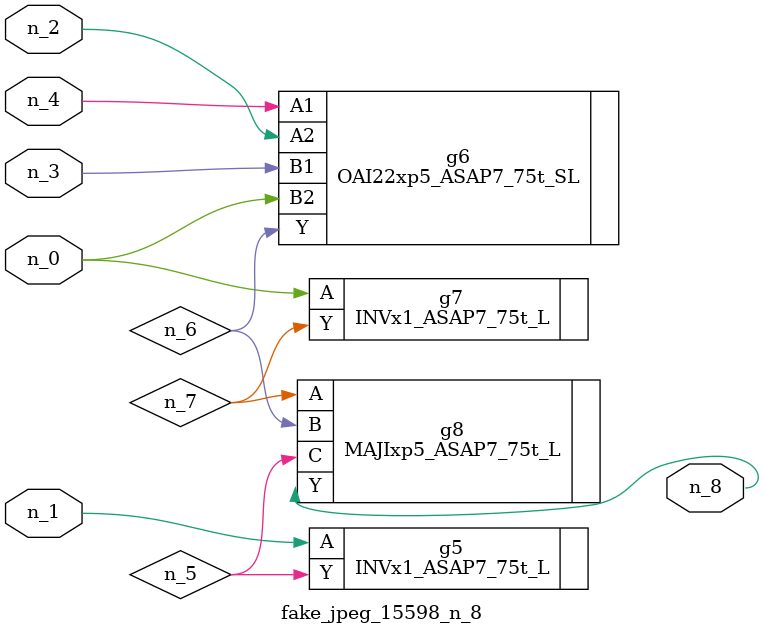
<source format=v>
module fake_jpeg_15598_n_8 (n_3, n_2, n_1, n_0, n_4, n_8);

input n_3;
input n_2;
input n_1;
input n_0;
input n_4;

output n_8;

wire n_6;
wire n_5;
wire n_7;

INVx1_ASAP7_75t_L g5 ( 
.A(n_1),
.Y(n_5)
);

OAI22xp5_ASAP7_75t_SL g6 ( 
.A1(n_4),
.A2(n_2),
.B1(n_3),
.B2(n_0),
.Y(n_6)
);

INVx1_ASAP7_75t_L g7 ( 
.A(n_0),
.Y(n_7)
);

MAJIxp5_ASAP7_75t_L g8 ( 
.A(n_7),
.B(n_6),
.C(n_5),
.Y(n_8)
);


endmodule
</source>
